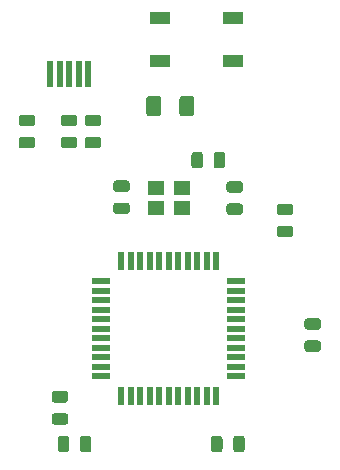
<source format=gbr>
G04 #@! TF.GenerationSoftware,KiCad,Pcbnew,(5.99.0-1615-g0042cd509)*
G04 #@! TF.CreationDate,2020-07-12T13:46:49-05:00*
G04 #@! TF.ProjectId,my-keyboard,6d792d6b-6579-4626-9f61-72642e6b6963,rev?*
G04 #@! TF.SameCoordinates,Original*
G04 #@! TF.FileFunction,Paste,Top*
G04 #@! TF.FilePolarity,Positive*
%FSLAX46Y46*%
G04 Gerber Fmt 4.6, Leading zero omitted, Abs format (unit mm)*
G04 Created by KiCad (PCBNEW (5.99.0-1615-g0042cd509)) date 2020-07-12 13:46:49*
%MOMM*%
%LPD*%
G01*
G04 APERTURE LIST*
%ADD10R,1.400000X1.200000*%
%ADD11R,0.500000X2.250000*%
%ADD12R,0.550000X1.500000*%
%ADD13R,1.500000X0.550000*%
%ADD14R,1.800000X1.100000*%
G04 APERTURE END LIST*
G36*
G01*
X57455750Y-116195500D02*
X58368250Y-116195500D01*
G75*
G02*
X58612000Y-116439250I0J-243750D01*
G01*
X58612000Y-116926750D01*
G75*
G02*
X58368250Y-117170500I-243750J0D01*
G01*
X57455750Y-117170500D01*
G75*
G02*
X57212000Y-116926750I0J243750D01*
G01*
X57212000Y-116439250D01*
G75*
G02*
X57455750Y-116195500I243750J0D01*
G01*
G37*
G36*
G01*
X57455750Y-114320500D02*
X58368250Y-114320500D01*
G75*
G02*
X58612000Y-114564250I0J-243750D01*
G01*
X58612000Y-115051750D01*
G75*
G02*
X58368250Y-115295500I-243750J0D01*
G01*
X57455750Y-115295500D01*
G75*
G02*
X57212000Y-115051750I0J243750D01*
G01*
X57212000Y-114564250D01*
G75*
G02*
X57455750Y-114320500I243750J0D01*
G01*
G37*
G36*
G01*
X55423750Y-116193750D02*
X56336250Y-116193750D01*
G75*
G02*
X56580000Y-116437500I0J-243750D01*
G01*
X56580000Y-116925000D01*
G75*
G02*
X56336250Y-117168750I-243750J0D01*
G01*
X55423750Y-117168750D01*
G75*
G02*
X55180000Y-116925000I0J243750D01*
G01*
X55180000Y-116437500D01*
G75*
G02*
X55423750Y-116193750I243750J0D01*
G01*
G37*
G36*
G01*
X55423750Y-114318750D02*
X56336250Y-114318750D01*
G75*
G02*
X56580000Y-114562500I0J-243750D01*
G01*
X56580000Y-115050000D01*
G75*
G02*
X56336250Y-115293750I-243750J0D01*
G01*
X55423750Y-115293750D01*
G75*
G02*
X55180000Y-115050000I0J243750D01*
G01*
X55180000Y-114562500D01*
G75*
G02*
X55423750Y-114318750I243750J0D01*
G01*
G37*
D10*
X63225500Y-120515250D03*
X65425500Y-120515250D03*
X65425500Y-122215250D03*
X63225500Y-122215250D03*
D11*
X57511750Y-110862500D03*
X56711750Y-110862500D03*
X55911750Y-110862500D03*
X55111750Y-110862500D03*
X54311750Y-110862500D03*
D12*
X68325500Y-138129250D03*
X67525500Y-138129250D03*
X66725500Y-138129250D03*
X65925500Y-138129250D03*
X65125500Y-138129250D03*
X64325500Y-138129250D03*
X63525500Y-138129250D03*
X62725500Y-138129250D03*
X61925500Y-138129250D03*
X61125500Y-138129250D03*
X60325500Y-138129250D03*
D13*
X58625500Y-136429250D03*
X58625500Y-135629250D03*
X58625500Y-134829250D03*
X58625500Y-134029250D03*
X58625500Y-133229250D03*
X58625500Y-132429250D03*
X58625500Y-131629250D03*
X58625500Y-130829250D03*
X58625500Y-130029250D03*
X58625500Y-129229250D03*
X58625500Y-128429250D03*
D12*
X60325500Y-126729250D03*
X61125500Y-126729250D03*
X61925500Y-126729250D03*
X62725500Y-126729250D03*
X63525500Y-126729250D03*
X64325500Y-126729250D03*
X65125500Y-126729250D03*
X65925500Y-126729250D03*
X66725500Y-126729250D03*
X67525500Y-126729250D03*
X68325500Y-126729250D03*
D13*
X70025500Y-128429250D03*
X70025500Y-129229250D03*
X70025500Y-130029250D03*
X70025500Y-130829250D03*
X70025500Y-131629250D03*
X70025500Y-132429250D03*
X70025500Y-133229250D03*
X70025500Y-134029250D03*
X70025500Y-134829250D03*
X70025500Y-135629250D03*
X70025500Y-136429250D03*
D14*
X69775000Y-106100000D03*
X63575000Y-109800000D03*
X69775000Y-109800000D03*
X63575000Y-106100000D03*
G36*
G01*
X54661750Y-139580250D02*
X55574250Y-139580250D01*
G75*
G02*
X55818000Y-139824000I0J-243750D01*
G01*
X55818000Y-140311500D01*
G75*
G02*
X55574250Y-140555250I-243750J0D01*
G01*
X54661750Y-140555250D01*
G75*
G02*
X54418000Y-140311500I0J243750D01*
G01*
X54418000Y-139824000D01*
G75*
G02*
X54661750Y-139580250I243750J0D01*
G01*
G37*
G36*
G01*
X54661750Y-137705250D02*
X55574250Y-137705250D01*
G75*
G02*
X55818000Y-137949000I0J-243750D01*
G01*
X55818000Y-138436500D01*
G75*
G02*
X55574250Y-138680250I-243750J0D01*
G01*
X54661750Y-138680250D01*
G75*
G02*
X54418000Y-138436500I0J243750D01*
G01*
X54418000Y-137949000D01*
G75*
G02*
X54661750Y-137705250I243750J0D01*
G01*
G37*
G36*
G01*
X73711750Y-123705250D02*
X74624250Y-123705250D01*
G75*
G02*
X74868000Y-123949000I0J-243750D01*
G01*
X74868000Y-124436500D01*
G75*
G02*
X74624250Y-124680250I-243750J0D01*
G01*
X73711750Y-124680250D01*
G75*
G02*
X73468000Y-124436500I0J243750D01*
G01*
X73468000Y-123949000D01*
G75*
G02*
X73711750Y-123705250I243750J0D01*
G01*
G37*
G36*
G01*
X73711750Y-121830250D02*
X74624250Y-121830250D01*
G75*
G02*
X74868000Y-122074000I0J-243750D01*
G01*
X74868000Y-122561500D01*
G75*
G02*
X74624250Y-122805250I-243750J0D01*
G01*
X73711750Y-122805250D01*
G75*
G02*
X73468000Y-122561500I0J243750D01*
G01*
X73468000Y-122074000D01*
G75*
G02*
X73711750Y-121830250I243750J0D01*
G01*
G37*
G36*
G01*
X65230500Y-114211500D02*
X65230500Y-112961500D01*
G75*
G02*
X65480500Y-112711500I250000J0D01*
G01*
X66230500Y-112711500D01*
G75*
G02*
X66480500Y-112961500I0J-250000D01*
G01*
X66480500Y-114211500D01*
G75*
G02*
X66230500Y-114461500I-250000J0D01*
G01*
X65480500Y-114461500D01*
G75*
G02*
X65230500Y-114211500I0J250000D01*
G01*
G37*
G36*
G01*
X62430500Y-114211500D02*
X62430500Y-112961500D01*
G75*
G02*
X62680500Y-112711500I250000J0D01*
G01*
X63430500Y-112711500D01*
G75*
G02*
X63680500Y-112961500I0J-250000D01*
G01*
X63680500Y-114211500D01*
G75*
G02*
X63430500Y-114461500I-250000J0D01*
G01*
X62680500Y-114461500D01*
G75*
G02*
X62430500Y-114211500I0J250000D01*
G01*
G37*
G36*
G01*
X76061250Y-133420750D02*
X76973750Y-133420750D01*
G75*
G02*
X77217500Y-133664500I0J-243750D01*
G01*
X77217500Y-134152000D01*
G75*
G02*
X76973750Y-134395750I-243750J0D01*
G01*
X76061250Y-134395750D01*
G75*
G02*
X75817500Y-134152000I0J243750D01*
G01*
X75817500Y-133664500D01*
G75*
G02*
X76061250Y-133420750I243750J0D01*
G01*
G37*
G36*
G01*
X76061250Y-131545750D02*
X76973750Y-131545750D01*
G75*
G02*
X77217500Y-131789500I0J-243750D01*
G01*
X77217500Y-132277000D01*
G75*
G02*
X76973750Y-132520750I-243750J0D01*
G01*
X76061250Y-132520750D01*
G75*
G02*
X75817500Y-132277000I0J243750D01*
G01*
X75817500Y-131789500D01*
G75*
G02*
X76061250Y-131545750I243750J0D01*
G01*
G37*
G36*
G01*
X67224250Y-117701500D02*
X67224250Y-118614000D01*
G75*
G02*
X66980500Y-118857750I-243750J0D01*
G01*
X66493000Y-118857750D01*
G75*
G02*
X66249250Y-118614000I0J243750D01*
G01*
X66249250Y-117701500D01*
G75*
G02*
X66493000Y-117457750I243750J0D01*
G01*
X66980500Y-117457750D01*
G75*
G02*
X67224250Y-117701500I0J-243750D01*
G01*
G37*
G36*
G01*
X69099250Y-117701500D02*
X69099250Y-118614000D01*
G75*
G02*
X68855500Y-118857750I-243750J0D01*
G01*
X68368000Y-118857750D01*
G75*
G02*
X68124250Y-118614000I0J243750D01*
G01*
X68124250Y-117701500D01*
G75*
G02*
X68368000Y-117457750I243750J0D01*
G01*
X68855500Y-117457750D01*
G75*
G02*
X69099250Y-117701500I0J-243750D01*
G01*
G37*
G36*
G01*
X59868750Y-121750000D02*
X60781250Y-121750000D01*
G75*
G02*
X61025000Y-121993750I0J-243750D01*
G01*
X61025000Y-122481250D01*
G75*
G02*
X60781250Y-122725000I-243750J0D01*
G01*
X59868750Y-122725000D01*
G75*
G02*
X59625000Y-122481250I0J243750D01*
G01*
X59625000Y-121993750D01*
G75*
G02*
X59868750Y-121750000I243750J0D01*
G01*
G37*
G36*
G01*
X59868750Y-119875000D02*
X60781250Y-119875000D01*
G75*
G02*
X61025000Y-120118750I0J-243750D01*
G01*
X61025000Y-120606250D01*
G75*
G02*
X60781250Y-120850000I-243750J0D01*
G01*
X59868750Y-120850000D01*
G75*
G02*
X59625000Y-120606250I0J243750D01*
G01*
X59625000Y-120118750D01*
G75*
G02*
X59868750Y-119875000I243750J0D01*
G01*
G37*
G36*
G01*
X68877000Y-141737000D02*
X68877000Y-142649500D01*
G75*
G02*
X68633250Y-142893250I-243750J0D01*
G01*
X68145750Y-142893250D01*
G75*
G02*
X67902000Y-142649500I0J243750D01*
G01*
X67902000Y-141737000D01*
G75*
G02*
X68145750Y-141493250I243750J0D01*
G01*
X68633250Y-141493250D01*
G75*
G02*
X68877000Y-141737000I0J-243750D01*
G01*
G37*
G36*
G01*
X70752000Y-141737000D02*
X70752000Y-142649500D01*
G75*
G02*
X70508250Y-142893250I-243750J0D01*
G01*
X70020750Y-142893250D01*
G75*
G02*
X69777000Y-142649500I0J243750D01*
G01*
X69777000Y-141737000D01*
G75*
G02*
X70020750Y-141493250I243750J0D01*
G01*
X70508250Y-141493250D01*
G75*
G02*
X70752000Y-141737000I0J-243750D01*
G01*
G37*
G36*
G01*
X55906250Y-141737000D02*
X55906250Y-142649500D01*
G75*
G02*
X55662500Y-142893250I-243750J0D01*
G01*
X55175000Y-142893250D01*
G75*
G02*
X54931250Y-142649500I0J243750D01*
G01*
X54931250Y-141737000D01*
G75*
G02*
X55175000Y-141493250I243750J0D01*
G01*
X55662500Y-141493250D01*
G75*
G02*
X55906250Y-141737000I0J-243750D01*
G01*
G37*
G36*
G01*
X57781250Y-141737000D02*
X57781250Y-142649500D01*
G75*
G02*
X57537500Y-142893250I-243750J0D01*
G01*
X57050000Y-142893250D01*
G75*
G02*
X56806250Y-142649500I0J243750D01*
G01*
X56806250Y-141737000D01*
G75*
G02*
X57050000Y-141493250I243750J0D01*
G01*
X57537500Y-141493250D01*
G75*
G02*
X57781250Y-141737000I0J-243750D01*
G01*
G37*
G36*
G01*
X70369750Y-120915250D02*
X69457250Y-120915250D01*
G75*
G02*
X69213500Y-120671500I0J243750D01*
G01*
X69213500Y-120184000D01*
G75*
G02*
X69457250Y-119940250I243750J0D01*
G01*
X70369750Y-119940250D01*
G75*
G02*
X70613500Y-120184000I0J-243750D01*
G01*
X70613500Y-120671500D01*
G75*
G02*
X70369750Y-120915250I-243750J0D01*
G01*
G37*
G36*
G01*
X70369750Y-122790250D02*
X69457250Y-122790250D01*
G75*
G02*
X69213500Y-122546500I0J243750D01*
G01*
X69213500Y-122059000D01*
G75*
G02*
X69457250Y-121815250I243750J0D01*
G01*
X70369750Y-121815250D01*
G75*
G02*
X70613500Y-122059000I0J-243750D01*
G01*
X70613500Y-122546500D01*
G75*
G02*
X70369750Y-122790250I-243750J0D01*
G01*
G37*
G36*
G01*
X52780250Y-115295500D02*
X51867750Y-115295500D01*
G75*
G02*
X51624000Y-115051750I0J243750D01*
G01*
X51624000Y-114564250D01*
G75*
G02*
X51867750Y-114320500I243750J0D01*
G01*
X52780250Y-114320500D01*
G75*
G02*
X53024000Y-114564250I0J-243750D01*
G01*
X53024000Y-115051750D01*
G75*
G02*
X52780250Y-115295500I-243750J0D01*
G01*
G37*
G36*
G01*
X52780250Y-117170500D02*
X51867750Y-117170500D01*
G75*
G02*
X51624000Y-116926750I0J243750D01*
G01*
X51624000Y-116439250D01*
G75*
G02*
X51867750Y-116195500I243750J0D01*
G01*
X52780250Y-116195500D01*
G75*
G02*
X53024000Y-116439250I0J-243750D01*
G01*
X53024000Y-116926750D01*
G75*
G02*
X52780250Y-117170500I-243750J0D01*
G01*
G37*
M02*

</source>
